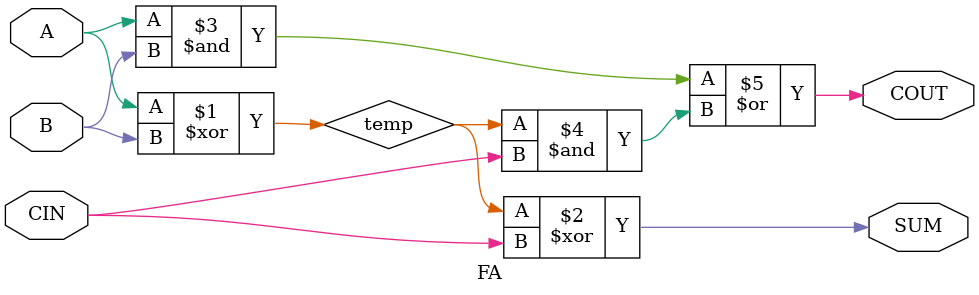
<source format=v>
module FA (A,B,CIN,SUM,COUT);

/*inputs*/
input A,B;
input CIN;

/*outputs*/
output SUM;
output COUT;

/*temporary variables*/
wire temp;

/*refer to : https://www.geeksforgeeks.org/full-adder-in-digital-logic/ */
assign temp = A ^ B;
assign SUM = temp ^ CIN;
assign COUT = (A & B) | (temp & CIN);

endmodule 

</source>
